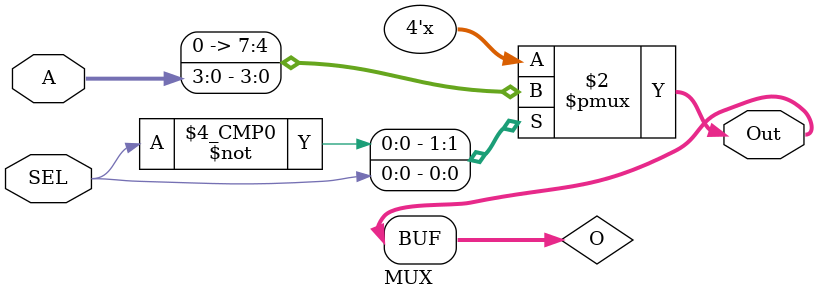
<source format=v>
/* BitWiseX MUX Declaration */
module MUX(
    input [3:0] A,
    input SEL,
    output [3:0] Out);

    reg [3:0] O;
    assign Out = O;

    always @(A, SEL) begin 
        case(SEL)
            1'b0: O = 4'b0000; 
            1'b1: O = A; 
        endcase
    end
endmodule
</source>
